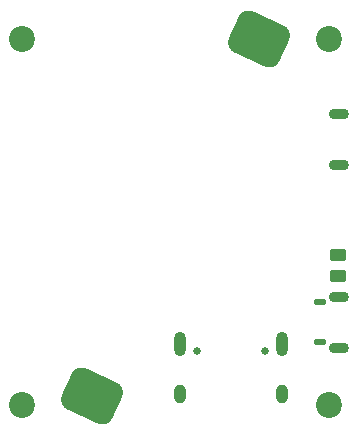
<source format=gbs>
%TF.GenerationSoftware,KiCad,Pcbnew,9.0.4*%
%TF.CreationDate,2025-12-02T01:12:31+00:00*%
%TF.ProjectId,dtv2,64747632-2e6b-4696-9361-645f70636258,rev?*%
%TF.SameCoordinates,Original*%
%TF.FileFunction,Soldermask,Bot*%
%TF.FilePolarity,Negative*%
%FSLAX46Y46*%
G04 Gerber Fmt 4.6, Leading zero omitted, Abs format (unit mm)*
G04 Created by KiCad (PCBNEW 9.0.4) date 2025-12-02 01:12:31*
%MOMM*%
%LPD*%
G01*
G04 APERTURE LIST*
G04 Aperture macros list*
%AMRoundRect*
0 Rectangle with rounded corners*
0 $1 Rounding radius*
0 $2 $3 $4 $5 $6 $7 $8 $9 X,Y pos of 4 corners*
0 Add a 4 corners polygon primitive as box body*
4,1,4,$2,$3,$4,$5,$6,$7,$8,$9,$2,$3,0*
0 Add four circle primitives for the rounded corners*
1,1,$1+$1,$2,$3*
1,1,$1+$1,$4,$5*
1,1,$1+$1,$6,$7*
1,1,$1+$1,$8,$9*
0 Add four rect primitives between the rounded corners*
20,1,$1+$1,$2,$3,$4,$5,0*
20,1,$1+$1,$4,$5,$6,$7,0*
20,1,$1+$1,$6,$7,$8,$9,0*
20,1,$1+$1,$8,$9,$2,$3,0*%
G04 Aperture macros list end*
%ADD10C,2.200000*%
%ADD11O,1.700000X0.900000*%
%ADD12C,0.650000*%
%ADD13O,1.000000X2.100000*%
%ADD14O,1.000000X1.600000*%
%ADD15RoundRect,0.956000X-0.861183X1.456405X-1.669229X-0.276455X0.861183X-1.456405X1.669229X0.276455X0*%
%ADD16RoundRect,0.075000X-0.425000X0.175000X-0.425000X-0.175000X0.425000X-0.175000X0.425000X0.175000X0*%
%ADD17RoundRect,0.250000X-0.450000X0.262500X-0.450000X-0.262500X0.450000X-0.262500X0.450000X0.262500X0*%
G04 APERTURE END LIST*
D10*
%TO.C,H2*%
X128000000Y-67000000D03*
%TD*%
%TO.C,H4*%
X128000000Y-98000000D03*
%TD*%
%TO.C,H1*%
X102000000Y-67000000D03*
%TD*%
D11*
%TO.C,SW4*%
X128850000Y-73325000D03*
X128850000Y-77675000D03*
%TD*%
D12*
%TO.C,J1*%
X116860000Y-93400000D03*
X122640000Y-93400000D03*
D13*
X115430000Y-92870000D03*
D14*
X115430000Y-97050000D03*
D13*
X124070000Y-92870000D03*
D14*
X124070000Y-97050000D03*
%TD*%
D10*
%TO.C,H3*%
X102000000Y-98000000D03*
%TD*%
D15*
%TO.C,BT1*%
X122102772Y-67006508D03*
X108000000Y-97250000D03*
%TD*%
D16*
%TO.C,SW2*%
X127250000Y-92700000D03*
X127250000Y-89300000D03*
D11*
X128850000Y-93175000D03*
X128850000Y-88825000D03*
%TD*%
D17*
%TO.C,R1*%
X128800000Y-85287500D03*
X128800000Y-87112500D03*
%TD*%
M02*

</source>
